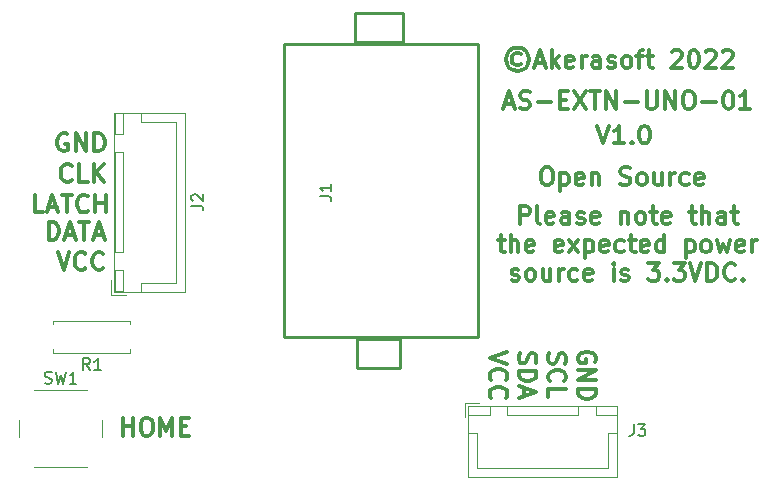
<source format=gbr>
%TF.GenerationSoftware,KiCad,Pcbnew,(6.0.6)*%
%TF.CreationDate,2022-11-26T18:27:24-08:00*%
%TF.ProjectId,AS-EXTN-UNO-01,41532d45-5854-44e2-9d55-4e4f2d30312e,rev?*%
%TF.SameCoordinates,Original*%
%TF.FileFunction,Legend,Top*%
%TF.FilePolarity,Positive*%
%FSLAX46Y46*%
G04 Gerber Fmt 4.6, Leading zero omitted, Abs format (unit mm)*
G04 Created by KiCad (PCBNEW (6.0.6)) date 2022-11-26 18:27:24*
%MOMM*%
%LPD*%
G01*
G04 APERTURE LIST*
%ADD10C,0.300000*%
%ADD11C,0.150000*%
%ADD12C,0.120000*%
%ADD13C,0.254000*%
G04 APERTURE END LIST*
D10*
X64102800Y-109746171D02*
X64102800Y-108246171D01*
X64102800Y-108960457D02*
X64959942Y-108960457D01*
X64959942Y-109746171D02*
X64959942Y-108246171D01*
X65959942Y-108246171D02*
X66245657Y-108246171D01*
X66388514Y-108317600D01*
X66531371Y-108460457D01*
X66602800Y-108746171D01*
X66602800Y-109246171D01*
X66531371Y-109531885D01*
X66388514Y-109674742D01*
X66245657Y-109746171D01*
X65959942Y-109746171D01*
X65817085Y-109674742D01*
X65674228Y-109531885D01*
X65602800Y-109246171D01*
X65602800Y-108746171D01*
X65674228Y-108460457D01*
X65817085Y-108317600D01*
X65959942Y-108246171D01*
X67245657Y-109746171D02*
X67245657Y-108246171D01*
X67745657Y-109317600D01*
X68245657Y-108246171D01*
X68245657Y-109746171D01*
X68959942Y-108960457D02*
X69459942Y-108960457D01*
X69674228Y-109746171D02*
X68959942Y-109746171D01*
X68959942Y-108246171D01*
X69674228Y-108246171D01*
X97664142Y-91811771D02*
X97664142Y-90311771D01*
X98235571Y-90311771D01*
X98378428Y-90383200D01*
X98449857Y-90454628D01*
X98521285Y-90597485D01*
X98521285Y-90811771D01*
X98449857Y-90954628D01*
X98378428Y-91026057D01*
X98235571Y-91097485D01*
X97664142Y-91097485D01*
X99378428Y-91811771D02*
X99235571Y-91740342D01*
X99164142Y-91597485D01*
X99164142Y-90311771D01*
X100521285Y-91740342D02*
X100378428Y-91811771D01*
X100092714Y-91811771D01*
X99949857Y-91740342D01*
X99878428Y-91597485D01*
X99878428Y-91026057D01*
X99949857Y-90883200D01*
X100092714Y-90811771D01*
X100378428Y-90811771D01*
X100521285Y-90883200D01*
X100592714Y-91026057D01*
X100592714Y-91168914D01*
X99878428Y-91311771D01*
X101878428Y-91811771D02*
X101878428Y-91026057D01*
X101807000Y-90883200D01*
X101664142Y-90811771D01*
X101378428Y-90811771D01*
X101235571Y-90883200D01*
X101878428Y-91740342D02*
X101735571Y-91811771D01*
X101378428Y-91811771D01*
X101235571Y-91740342D01*
X101164142Y-91597485D01*
X101164142Y-91454628D01*
X101235571Y-91311771D01*
X101378428Y-91240342D01*
X101735571Y-91240342D01*
X101878428Y-91168914D01*
X102521285Y-91740342D02*
X102664142Y-91811771D01*
X102949857Y-91811771D01*
X103092714Y-91740342D01*
X103164142Y-91597485D01*
X103164142Y-91526057D01*
X103092714Y-91383200D01*
X102949857Y-91311771D01*
X102735571Y-91311771D01*
X102592714Y-91240342D01*
X102521285Y-91097485D01*
X102521285Y-91026057D01*
X102592714Y-90883200D01*
X102735571Y-90811771D01*
X102949857Y-90811771D01*
X103092714Y-90883200D01*
X104378428Y-91740342D02*
X104235571Y-91811771D01*
X103949857Y-91811771D01*
X103807000Y-91740342D01*
X103735571Y-91597485D01*
X103735571Y-91026057D01*
X103807000Y-90883200D01*
X103949857Y-90811771D01*
X104235571Y-90811771D01*
X104378428Y-90883200D01*
X104449857Y-91026057D01*
X104449857Y-91168914D01*
X103735571Y-91311771D01*
X106235571Y-90811771D02*
X106235571Y-91811771D01*
X106235571Y-90954628D02*
X106307000Y-90883200D01*
X106449857Y-90811771D01*
X106664142Y-90811771D01*
X106807000Y-90883200D01*
X106878428Y-91026057D01*
X106878428Y-91811771D01*
X107807000Y-91811771D02*
X107664142Y-91740342D01*
X107592714Y-91668914D01*
X107521285Y-91526057D01*
X107521285Y-91097485D01*
X107592714Y-90954628D01*
X107664142Y-90883200D01*
X107807000Y-90811771D01*
X108021285Y-90811771D01*
X108164142Y-90883200D01*
X108235571Y-90954628D01*
X108307000Y-91097485D01*
X108307000Y-91526057D01*
X108235571Y-91668914D01*
X108164142Y-91740342D01*
X108021285Y-91811771D01*
X107807000Y-91811771D01*
X108735571Y-90811771D02*
X109307000Y-90811771D01*
X108949857Y-90311771D02*
X108949857Y-91597485D01*
X109021285Y-91740342D01*
X109164142Y-91811771D01*
X109307000Y-91811771D01*
X110378428Y-91740342D02*
X110235571Y-91811771D01*
X109949857Y-91811771D01*
X109807000Y-91740342D01*
X109735571Y-91597485D01*
X109735571Y-91026057D01*
X109807000Y-90883200D01*
X109949857Y-90811771D01*
X110235571Y-90811771D01*
X110378428Y-90883200D01*
X110449857Y-91026057D01*
X110449857Y-91168914D01*
X109735571Y-91311771D01*
X112021285Y-90811771D02*
X112592714Y-90811771D01*
X112235571Y-90311771D02*
X112235571Y-91597485D01*
X112307000Y-91740342D01*
X112449857Y-91811771D01*
X112592714Y-91811771D01*
X113092714Y-91811771D02*
X113092714Y-90311771D01*
X113735571Y-91811771D02*
X113735571Y-91026057D01*
X113664142Y-90883200D01*
X113521285Y-90811771D01*
X113307000Y-90811771D01*
X113164142Y-90883200D01*
X113092714Y-90954628D01*
X115092714Y-91811771D02*
X115092714Y-91026057D01*
X115021285Y-90883200D01*
X114878428Y-90811771D01*
X114592714Y-90811771D01*
X114449857Y-90883200D01*
X115092714Y-91740342D02*
X114949857Y-91811771D01*
X114592714Y-91811771D01*
X114449857Y-91740342D01*
X114378428Y-91597485D01*
X114378428Y-91454628D01*
X114449857Y-91311771D01*
X114592714Y-91240342D01*
X114949857Y-91240342D01*
X115092714Y-91168914D01*
X115592714Y-90811771D02*
X116164142Y-90811771D01*
X115807000Y-90311771D02*
X115807000Y-91597485D01*
X115878428Y-91740342D01*
X116021285Y-91811771D01*
X116164142Y-91811771D01*
X95842714Y-93226771D02*
X96414142Y-93226771D01*
X96057000Y-92726771D02*
X96057000Y-94012485D01*
X96128428Y-94155342D01*
X96271285Y-94226771D01*
X96414142Y-94226771D01*
X96914142Y-94226771D02*
X96914142Y-92726771D01*
X97557000Y-94226771D02*
X97557000Y-93441057D01*
X97485571Y-93298200D01*
X97342714Y-93226771D01*
X97128428Y-93226771D01*
X96985571Y-93298200D01*
X96914142Y-93369628D01*
X98842714Y-94155342D02*
X98699857Y-94226771D01*
X98414142Y-94226771D01*
X98271285Y-94155342D01*
X98199857Y-94012485D01*
X98199857Y-93441057D01*
X98271285Y-93298200D01*
X98414142Y-93226771D01*
X98699857Y-93226771D01*
X98842714Y-93298200D01*
X98914142Y-93441057D01*
X98914142Y-93583914D01*
X98199857Y-93726771D01*
X101271285Y-94155342D02*
X101128428Y-94226771D01*
X100842714Y-94226771D01*
X100699857Y-94155342D01*
X100628428Y-94012485D01*
X100628428Y-93441057D01*
X100699857Y-93298200D01*
X100842714Y-93226771D01*
X101128428Y-93226771D01*
X101271285Y-93298200D01*
X101342714Y-93441057D01*
X101342714Y-93583914D01*
X100628428Y-93726771D01*
X101842714Y-94226771D02*
X102628428Y-93226771D01*
X101842714Y-93226771D02*
X102628428Y-94226771D01*
X103199857Y-93226771D02*
X103199857Y-94726771D01*
X103199857Y-93298200D02*
X103342714Y-93226771D01*
X103628428Y-93226771D01*
X103771285Y-93298200D01*
X103842714Y-93369628D01*
X103914142Y-93512485D01*
X103914142Y-93941057D01*
X103842714Y-94083914D01*
X103771285Y-94155342D01*
X103628428Y-94226771D01*
X103342714Y-94226771D01*
X103199857Y-94155342D01*
X105128428Y-94155342D02*
X104985571Y-94226771D01*
X104699857Y-94226771D01*
X104557000Y-94155342D01*
X104485571Y-94012485D01*
X104485571Y-93441057D01*
X104557000Y-93298200D01*
X104699857Y-93226771D01*
X104985571Y-93226771D01*
X105128428Y-93298200D01*
X105199857Y-93441057D01*
X105199857Y-93583914D01*
X104485571Y-93726771D01*
X106485571Y-94155342D02*
X106342714Y-94226771D01*
X106057000Y-94226771D01*
X105914142Y-94155342D01*
X105842714Y-94083914D01*
X105771285Y-93941057D01*
X105771285Y-93512485D01*
X105842714Y-93369628D01*
X105914142Y-93298200D01*
X106057000Y-93226771D01*
X106342714Y-93226771D01*
X106485571Y-93298200D01*
X106914142Y-93226771D02*
X107485571Y-93226771D01*
X107128428Y-92726771D02*
X107128428Y-94012485D01*
X107199857Y-94155342D01*
X107342714Y-94226771D01*
X107485571Y-94226771D01*
X108557000Y-94155342D02*
X108414142Y-94226771D01*
X108128428Y-94226771D01*
X107985571Y-94155342D01*
X107914142Y-94012485D01*
X107914142Y-93441057D01*
X107985571Y-93298200D01*
X108128428Y-93226771D01*
X108414142Y-93226771D01*
X108557000Y-93298200D01*
X108628428Y-93441057D01*
X108628428Y-93583914D01*
X107914142Y-93726771D01*
X109914142Y-94226771D02*
X109914142Y-92726771D01*
X109914142Y-94155342D02*
X109771285Y-94226771D01*
X109485571Y-94226771D01*
X109342714Y-94155342D01*
X109271285Y-94083914D01*
X109199857Y-93941057D01*
X109199857Y-93512485D01*
X109271285Y-93369628D01*
X109342714Y-93298200D01*
X109485571Y-93226771D01*
X109771285Y-93226771D01*
X109914142Y-93298200D01*
X111771285Y-93226771D02*
X111771285Y-94726771D01*
X111771285Y-93298200D02*
X111914142Y-93226771D01*
X112199857Y-93226771D01*
X112342714Y-93298200D01*
X112414142Y-93369628D01*
X112485571Y-93512485D01*
X112485571Y-93941057D01*
X112414142Y-94083914D01*
X112342714Y-94155342D01*
X112199857Y-94226771D01*
X111914142Y-94226771D01*
X111771285Y-94155342D01*
X113342714Y-94226771D02*
X113199857Y-94155342D01*
X113128428Y-94083914D01*
X113057000Y-93941057D01*
X113057000Y-93512485D01*
X113128428Y-93369628D01*
X113199857Y-93298200D01*
X113342714Y-93226771D01*
X113557000Y-93226771D01*
X113699857Y-93298200D01*
X113771285Y-93369628D01*
X113842714Y-93512485D01*
X113842714Y-93941057D01*
X113771285Y-94083914D01*
X113699857Y-94155342D01*
X113557000Y-94226771D01*
X113342714Y-94226771D01*
X114342714Y-93226771D02*
X114628428Y-94226771D01*
X114914142Y-93512485D01*
X115199857Y-94226771D01*
X115485571Y-93226771D01*
X116628428Y-94155342D02*
X116485571Y-94226771D01*
X116199857Y-94226771D01*
X116057000Y-94155342D01*
X115985571Y-94012485D01*
X115985571Y-93441057D01*
X116057000Y-93298200D01*
X116199857Y-93226771D01*
X116485571Y-93226771D01*
X116628428Y-93298200D01*
X116699857Y-93441057D01*
X116699857Y-93583914D01*
X115985571Y-93726771D01*
X117342714Y-94226771D02*
X117342714Y-93226771D01*
X117342714Y-93512485D02*
X117414142Y-93369628D01*
X117485571Y-93298200D01*
X117628428Y-93226771D01*
X117771285Y-93226771D01*
X96985571Y-96570342D02*
X97128428Y-96641771D01*
X97414142Y-96641771D01*
X97557000Y-96570342D01*
X97628428Y-96427485D01*
X97628428Y-96356057D01*
X97557000Y-96213200D01*
X97414142Y-96141771D01*
X97199857Y-96141771D01*
X97057000Y-96070342D01*
X96985571Y-95927485D01*
X96985571Y-95856057D01*
X97057000Y-95713200D01*
X97199857Y-95641771D01*
X97414142Y-95641771D01*
X97557000Y-95713200D01*
X98485571Y-96641771D02*
X98342714Y-96570342D01*
X98271285Y-96498914D01*
X98199857Y-96356057D01*
X98199857Y-95927485D01*
X98271285Y-95784628D01*
X98342714Y-95713200D01*
X98485571Y-95641771D01*
X98699857Y-95641771D01*
X98842714Y-95713200D01*
X98914142Y-95784628D01*
X98985571Y-95927485D01*
X98985571Y-96356057D01*
X98914142Y-96498914D01*
X98842714Y-96570342D01*
X98699857Y-96641771D01*
X98485571Y-96641771D01*
X100271285Y-95641771D02*
X100271285Y-96641771D01*
X99628428Y-95641771D02*
X99628428Y-96427485D01*
X99699857Y-96570342D01*
X99842714Y-96641771D01*
X100057000Y-96641771D01*
X100199857Y-96570342D01*
X100271285Y-96498914D01*
X100985571Y-96641771D02*
X100985571Y-95641771D01*
X100985571Y-95927485D02*
X101057000Y-95784628D01*
X101128428Y-95713200D01*
X101271285Y-95641771D01*
X101414142Y-95641771D01*
X102557000Y-96570342D02*
X102414142Y-96641771D01*
X102128428Y-96641771D01*
X101985571Y-96570342D01*
X101914142Y-96498914D01*
X101842714Y-96356057D01*
X101842714Y-95927485D01*
X101914142Y-95784628D01*
X101985571Y-95713200D01*
X102128428Y-95641771D01*
X102414142Y-95641771D01*
X102557000Y-95713200D01*
X103771285Y-96570342D02*
X103628428Y-96641771D01*
X103342714Y-96641771D01*
X103199857Y-96570342D01*
X103128428Y-96427485D01*
X103128428Y-95856057D01*
X103199857Y-95713200D01*
X103342714Y-95641771D01*
X103628428Y-95641771D01*
X103771285Y-95713200D01*
X103842714Y-95856057D01*
X103842714Y-95998914D01*
X103128428Y-96141771D01*
X105628428Y-96641771D02*
X105628428Y-95641771D01*
X105628428Y-95141771D02*
X105557000Y-95213200D01*
X105628428Y-95284628D01*
X105699857Y-95213200D01*
X105628428Y-95141771D01*
X105628428Y-95284628D01*
X106271285Y-96570342D02*
X106414142Y-96641771D01*
X106699857Y-96641771D01*
X106842714Y-96570342D01*
X106914142Y-96427485D01*
X106914142Y-96356057D01*
X106842714Y-96213200D01*
X106699857Y-96141771D01*
X106485571Y-96141771D01*
X106342714Y-96070342D01*
X106271285Y-95927485D01*
X106271285Y-95856057D01*
X106342714Y-95713200D01*
X106485571Y-95641771D01*
X106699857Y-95641771D01*
X106842714Y-95713200D01*
X108557000Y-95141771D02*
X109485571Y-95141771D01*
X108985571Y-95713200D01*
X109199857Y-95713200D01*
X109342714Y-95784628D01*
X109414142Y-95856057D01*
X109485571Y-95998914D01*
X109485571Y-96356057D01*
X109414142Y-96498914D01*
X109342714Y-96570342D01*
X109199857Y-96641771D01*
X108771285Y-96641771D01*
X108628428Y-96570342D01*
X108557000Y-96498914D01*
X110128428Y-96498914D02*
X110199857Y-96570342D01*
X110128428Y-96641771D01*
X110057000Y-96570342D01*
X110128428Y-96498914D01*
X110128428Y-96641771D01*
X110699857Y-95141771D02*
X111628428Y-95141771D01*
X111128428Y-95713200D01*
X111342714Y-95713200D01*
X111485571Y-95784628D01*
X111557000Y-95856057D01*
X111628428Y-95998914D01*
X111628428Y-96356057D01*
X111557000Y-96498914D01*
X111485571Y-96570342D01*
X111342714Y-96641771D01*
X110914142Y-96641771D01*
X110771285Y-96570342D01*
X110699857Y-96498914D01*
X112057000Y-95141771D02*
X112557000Y-96641771D01*
X113057000Y-95141771D01*
X113557000Y-96641771D02*
X113557000Y-95141771D01*
X113914142Y-95141771D01*
X114128428Y-95213200D01*
X114271285Y-95356057D01*
X114342714Y-95498914D01*
X114414142Y-95784628D01*
X114414142Y-95998914D01*
X114342714Y-96284628D01*
X114271285Y-96427485D01*
X114128428Y-96570342D01*
X113914142Y-96641771D01*
X113557000Y-96641771D01*
X115914142Y-96498914D02*
X115842714Y-96570342D01*
X115628428Y-96641771D01*
X115485571Y-96641771D01*
X115271285Y-96570342D01*
X115128428Y-96427485D01*
X115057000Y-96284628D01*
X114985571Y-95998914D01*
X114985571Y-95784628D01*
X115057000Y-95498914D01*
X115128428Y-95356057D01*
X115271285Y-95213200D01*
X115485571Y-95141771D01*
X115628428Y-95141771D01*
X115842714Y-95213200D01*
X115914142Y-95284628D01*
X116557000Y-96498914D02*
X116628428Y-96570342D01*
X116557000Y-96641771D01*
X116485571Y-96570342D01*
X116557000Y-96498914D01*
X116557000Y-96641771D01*
X99839485Y-87037171D02*
X100125200Y-87037171D01*
X100268057Y-87108600D01*
X100410914Y-87251457D01*
X100482342Y-87537171D01*
X100482342Y-88037171D01*
X100410914Y-88322885D01*
X100268057Y-88465742D01*
X100125200Y-88537171D01*
X99839485Y-88537171D01*
X99696628Y-88465742D01*
X99553771Y-88322885D01*
X99482342Y-88037171D01*
X99482342Y-87537171D01*
X99553771Y-87251457D01*
X99696628Y-87108600D01*
X99839485Y-87037171D01*
X101125200Y-87537171D02*
X101125200Y-89037171D01*
X101125200Y-87608600D02*
X101268057Y-87537171D01*
X101553771Y-87537171D01*
X101696628Y-87608600D01*
X101768057Y-87680028D01*
X101839485Y-87822885D01*
X101839485Y-88251457D01*
X101768057Y-88394314D01*
X101696628Y-88465742D01*
X101553771Y-88537171D01*
X101268057Y-88537171D01*
X101125200Y-88465742D01*
X103053771Y-88465742D02*
X102910914Y-88537171D01*
X102625200Y-88537171D01*
X102482342Y-88465742D01*
X102410914Y-88322885D01*
X102410914Y-87751457D01*
X102482342Y-87608600D01*
X102625200Y-87537171D01*
X102910914Y-87537171D01*
X103053771Y-87608600D01*
X103125200Y-87751457D01*
X103125200Y-87894314D01*
X102410914Y-88037171D01*
X103768057Y-87537171D02*
X103768057Y-88537171D01*
X103768057Y-87680028D02*
X103839485Y-87608600D01*
X103982342Y-87537171D01*
X104196628Y-87537171D01*
X104339485Y-87608600D01*
X104410914Y-87751457D01*
X104410914Y-88537171D01*
X106196628Y-88465742D02*
X106410914Y-88537171D01*
X106768057Y-88537171D01*
X106910914Y-88465742D01*
X106982342Y-88394314D01*
X107053771Y-88251457D01*
X107053771Y-88108600D01*
X106982342Y-87965742D01*
X106910914Y-87894314D01*
X106768057Y-87822885D01*
X106482342Y-87751457D01*
X106339485Y-87680028D01*
X106268057Y-87608600D01*
X106196628Y-87465742D01*
X106196628Y-87322885D01*
X106268057Y-87180028D01*
X106339485Y-87108600D01*
X106482342Y-87037171D01*
X106839485Y-87037171D01*
X107053771Y-87108600D01*
X107910914Y-88537171D02*
X107768057Y-88465742D01*
X107696628Y-88394314D01*
X107625200Y-88251457D01*
X107625200Y-87822885D01*
X107696628Y-87680028D01*
X107768057Y-87608600D01*
X107910914Y-87537171D01*
X108125200Y-87537171D01*
X108268057Y-87608600D01*
X108339485Y-87680028D01*
X108410914Y-87822885D01*
X108410914Y-88251457D01*
X108339485Y-88394314D01*
X108268057Y-88465742D01*
X108125200Y-88537171D01*
X107910914Y-88537171D01*
X109696628Y-87537171D02*
X109696628Y-88537171D01*
X109053771Y-87537171D02*
X109053771Y-88322885D01*
X109125200Y-88465742D01*
X109268057Y-88537171D01*
X109482342Y-88537171D01*
X109625200Y-88465742D01*
X109696628Y-88394314D01*
X110410914Y-88537171D02*
X110410914Y-87537171D01*
X110410914Y-87822885D02*
X110482342Y-87680028D01*
X110553771Y-87608600D01*
X110696628Y-87537171D01*
X110839485Y-87537171D01*
X111982342Y-88465742D02*
X111839485Y-88537171D01*
X111553771Y-88537171D01*
X111410914Y-88465742D01*
X111339485Y-88394314D01*
X111268057Y-88251457D01*
X111268057Y-87822885D01*
X111339485Y-87680028D01*
X111410914Y-87608600D01*
X111553771Y-87537171D01*
X111839485Y-87537171D01*
X111982342Y-87608600D01*
X113196628Y-88465742D02*
X113053771Y-88537171D01*
X112768057Y-88537171D01*
X112625200Y-88465742D01*
X112553771Y-88322885D01*
X112553771Y-87751457D01*
X112625200Y-87608600D01*
X112768057Y-87537171D01*
X113053771Y-87537171D01*
X113196628Y-87608600D01*
X113268057Y-87751457D01*
X113268057Y-87894314D01*
X112553771Y-88037171D01*
X104241885Y-83506571D02*
X104741885Y-85006571D01*
X105241885Y-83506571D01*
X106527600Y-85006571D02*
X105670457Y-85006571D01*
X106099028Y-85006571D02*
X106099028Y-83506571D01*
X105956171Y-83720857D01*
X105813314Y-83863714D01*
X105670457Y-83935142D01*
X107170457Y-84863714D02*
X107241885Y-84935142D01*
X107170457Y-85006571D01*
X107099028Y-84935142D01*
X107170457Y-84863714D01*
X107170457Y-85006571D01*
X108170457Y-83506571D02*
X108313314Y-83506571D01*
X108456171Y-83578000D01*
X108527600Y-83649428D01*
X108599028Y-83792285D01*
X108670457Y-84078000D01*
X108670457Y-84435142D01*
X108599028Y-84720857D01*
X108527600Y-84863714D01*
X108456171Y-84935142D01*
X108313314Y-85006571D01*
X108170457Y-85006571D01*
X108027600Y-84935142D01*
X107956171Y-84863714D01*
X107884742Y-84720857D01*
X107813314Y-84435142D01*
X107813314Y-84078000D01*
X107884742Y-83792285D01*
X107956171Y-83649428D01*
X108027600Y-83578000D01*
X108170457Y-83506571D01*
X97774371Y-77462914D02*
X97631514Y-77391485D01*
X97345800Y-77391485D01*
X97202942Y-77462914D01*
X97060085Y-77605771D01*
X96988657Y-77748628D01*
X96988657Y-78034342D01*
X97060085Y-78177200D01*
X97202942Y-78320057D01*
X97345800Y-78391485D01*
X97631514Y-78391485D01*
X97774371Y-78320057D01*
X97488657Y-76891485D02*
X97131514Y-76962914D01*
X96774371Y-77177200D01*
X96560085Y-77534342D01*
X96488657Y-77891485D01*
X96560085Y-78248628D01*
X96774371Y-78605771D01*
X97131514Y-78820057D01*
X97488657Y-78891485D01*
X97845800Y-78820057D01*
X98202942Y-78605771D01*
X98417228Y-78248628D01*
X98488657Y-77891485D01*
X98417228Y-77534342D01*
X98202942Y-77177200D01*
X97845800Y-76962914D01*
X97488657Y-76891485D01*
X99060085Y-78177200D02*
X99774371Y-78177200D01*
X98917228Y-78605771D02*
X99417228Y-77105771D01*
X99917228Y-78605771D01*
X100417228Y-78605771D02*
X100417228Y-77105771D01*
X100560085Y-78034342D02*
X100988657Y-78605771D01*
X100988657Y-77605771D02*
X100417228Y-78177200D01*
X102202942Y-78534342D02*
X102060085Y-78605771D01*
X101774371Y-78605771D01*
X101631514Y-78534342D01*
X101560085Y-78391485D01*
X101560085Y-77820057D01*
X101631514Y-77677200D01*
X101774371Y-77605771D01*
X102060085Y-77605771D01*
X102202942Y-77677200D01*
X102274371Y-77820057D01*
X102274371Y-77962914D01*
X101560085Y-78105771D01*
X102917228Y-78605771D02*
X102917228Y-77605771D01*
X102917228Y-77891485D02*
X102988657Y-77748628D01*
X103060085Y-77677200D01*
X103202942Y-77605771D01*
X103345800Y-77605771D01*
X104488657Y-78605771D02*
X104488657Y-77820057D01*
X104417228Y-77677200D01*
X104274371Y-77605771D01*
X103988657Y-77605771D01*
X103845800Y-77677200D01*
X104488657Y-78534342D02*
X104345800Y-78605771D01*
X103988657Y-78605771D01*
X103845800Y-78534342D01*
X103774371Y-78391485D01*
X103774371Y-78248628D01*
X103845800Y-78105771D01*
X103988657Y-78034342D01*
X104345800Y-78034342D01*
X104488657Y-77962914D01*
X105131514Y-78534342D02*
X105274371Y-78605771D01*
X105560085Y-78605771D01*
X105702942Y-78534342D01*
X105774371Y-78391485D01*
X105774371Y-78320057D01*
X105702942Y-78177200D01*
X105560085Y-78105771D01*
X105345800Y-78105771D01*
X105202942Y-78034342D01*
X105131514Y-77891485D01*
X105131514Y-77820057D01*
X105202942Y-77677200D01*
X105345800Y-77605771D01*
X105560085Y-77605771D01*
X105702942Y-77677200D01*
X106631514Y-78605771D02*
X106488657Y-78534342D01*
X106417228Y-78462914D01*
X106345800Y-78320057D01*
X106345800Y-77891485D01*
X106417228Y-77748628D01*
X106488657Y-77677200D01*
X106631514Y-77605771D01*
X106845800Y-77605771D01*
X106988657Y-77677200D01*
X107060085Y-77748628D01*
X107131514Y-77891485D01*
X107131514Y-78320057D01*
X107060085Y-78462914D01*
X106988657Y-78534342D01*
X106845800Y-78605771D01*
X106631514Y-78605771D01*
X107560085Y-77605771D02*
X108131514Y-77605771D01*
X107774371Y-78605771D02*
X107774371Y-77320057D01*
X107845800Y-77177200D01*
X107988657Y-77105771D01*
X108131514Y-77105771D01*
X108417228Y-77605771D02*
X108988657Y-77605771D01*
X108631514Y-77105771D02*
X108631514Y-78391485D01*
X108702942Y-78534342D01*
X108845800Y-78605771D01*
X108988657Y-78605771D01*
X110560085Y-77248628D02*
X110631514Y-77177200D01*
X110774371Y-77105771D01*
X111131514Y-77105771D01*
X111274371Y-77177200D01*
X111345800Y-77248628D01*
X111417228Y-77391485D01*
X111417228Y-77534342D01*
X111345800Y-77748628D01*
X110488657Y-78605771D01*
X111417228Y-78605771D01*
X112345800Y-77105771D02*
X112488657Y-77105771D01*
X112631514Y-77177200D01*
X112702942Y-77248628D01*
X112774371Y-77391485D01*
X112845800Y-77677200D01*
X112845800Y-78034342D01*
X112774371Y-78320057D01*
X112702942Y-78462914D01*
X112631514Y-78534342D01*
X112488657Y-78605771D01*
X112345800Y-78605771D01*
X112202942Y-78534342D01*
X112131514Y-78462914D01*
X112060085Y-78320057D01*
X111988657Y-78034342D01*
X111988657Y-77677200D01*
X112060085Y-77391485D01*
X112131514Y-77248628D01*
X112202942Y-77177200D01*
X112345800Y-77105771D01*
X113417228Y-77248628D02*
X113488657Y-77177200D01*
X113631514Y-77105771D01*
X113988657Y-77105771D01*
X114131514Y-77177200D01*
X114202942Y-77248628D01*
X114274371Y-77391485D01*
X114274371Y-77534342D01*
X114202942Y-77748628D01*
X113345800Y-78605771D01*
X114274371Y-78605771D01*
X114845800Y-77248628D02*
X114917228Y-77177200D01*
X115060085Y-77105771D01*
X115417228Y-77105771D01*
X115560085Y-77177200D01*
X115631514Y-77248628D01*
X115702942Y-77391485D01*
X115702942Y-77534342D01*
X115631514Y-77748628D01*
X114774371Y-78605771D01*
X115702942Y-78605771D01*
X96414142Y-81657000D02*
X97128428Y-81657000D01*
X96271285Y-82085571D02*
X96771285Y-80585571D01*
X97271285Y-82085571D01*
X97699857Y-82014142D02*
X97914142Y-82085571D01*
X98271285Y-82085571D01*
X98414142Y-82014142D01*
X98485571Y-81942714D01*
X98557000Y-81799857D01*
X98557000Y-81657000D01*
X98485571Y-81514142D01*
X98414142Y-81442714D01*
X98271285Y-81371285D01*
X97985571Y-81299857D01*
X97842714Y-81228428D01*
X97771285Y-81157000D01*
X97699857Y-81014142D01*
X97699857Y-80871285D01*
X97771285Y-80728428D01*
X97842714Y-80657000D01*
X97985571Y-80585571D01*
X98342714Y-80585571D01*
X98557000Y-80657000D01*
X99199857Y-81514142D02*
X100342714Y-81514142D01*
X101057000Y-81299857D02*
X101557000Y-81299857D01*
X101771285Y-82085571D02*
X101057000Y-82085571D01*
X101057000Y-80585571D01*
X101771285Y-80585571D01*
X102271285Y-80585571D02*
X103271285Y-82085571D01*
X103271285Y-80585571D02*
X102271285Y-82085571D01*
X103628428Y-80585571D02*
X104485571Y-80585571D01*
X104057000Y-82085571D02*
X104057000Y-80585571D01*
X104985571Y-82085571D02*
X104985571Y-80585571D01*
X105842714Y-82085571D01*
X105842714Y-80585571D01*
X106557000Y-81514142D02*
X107699857Y-81514142D01*
X108414142Y-80585571D02*
X108414142Y-81799857D01*
X108485571Y-81942714D01*
X108557000Y-82014142D01*
X108699857Y-82085571D01*
X108985571Y-82085571D01*
X109128428Y-82014142D01*
X109199857Y-81942714D01*
X109271285Y-81799857D01*
X109271285Y-80585571D01*
X109985571Y-82085571D02*
X109985571Y-80585571D01*
X110842714Y-82085571D01*
X110842714Y-80585571D01*
X111842714Y-80585571D02*
X112128428Y-80585571D01*
X112271285Y-80657000D01*
X112414142Y-80799857D01*
X112485571Y-81085571D01*
X112485571Y-81585571D01*
X112414142Y-81871285D01*
X112271285Y-82014142D01*
X112128428Y-82085571D01*
X111842714Y-82085571D01*
X111699857Y-82014142D01*
X111557000Y-81871285D01*
X111485571Y-81585571D01*
X111485571Y-81085571D01*
X111557000Y-80799857D01*
X111699857Y-80657000D01*
X111842714Y-80585571D01*
X113128428Y-81514142D02*
X114271285Y-81514142D01*
X115271285Y-80585571D02*
X115414142Y-80585571D01*
X115557000Y-80657000D01*
X115628428Y-80728428D01*
X115699857Y-80871285D01*
X115771285Y-81157000D01*
X115771285Y-81514142D01*
X115699857Y-81799857D01*
X115628428Y-81942714D01*
X115557000Y-82014142D01*
X115414142Y-82085571D01*
X115271285Y-82085571D01*
X115128428Y-82014142D01*
X115057000Y-81942714D01*
X114985571Y-81799857D01*
X114914142Y-81514142D01*
X114914142Y-81157000D01*
X114985571Y-80871285D01*
X115057000Y-80728428D01*
X115128428Y-80657000D01*
X115271285Y-80585571D01*
X117199857Y-82085571D02*
X116342714Y-82085571D01*
X116771285Y-82085571D02*
X116771285Y-80585571D01*
X116628428Y-80799857D01*
X116485571Y-80942714D01*
X116342714Y-81014142D01*
X100180057Y-102786085D02*
X100108628Y-103000371D01*
X100108628Y-103357514D01*
X100180057Y-103500371D01*
X100251485Y-103571800D01*
X100394342Y-103643228D01*
X100537200Y-103643228D01*
X100680057Y-103571800D01*
X100751485Y-103500371D01*
X100822914Y-103357514D01*
X100894342Y-103071800D01*
X100965771Y-102928942D01*
X101037200Y-102857514D01*
X101180057Y-102786085D01*
X101322914Y-102786085D01*
X101465771Y-102857514D01*
X101537200Y-102928942D01*
X101608628Y-103071800D01*
X101608628Y-103428942D01*
X101537200Y-103643228D01*
X100251485Y-105143228D02*
X100180057Y-105071800D01*
X100108628Y-104857514D01*
X100108628Y-104714657D01*
X100180057Y-104500371D01*
X100322914Y-104357514D01*
X100465771Y-104286085D01*
X100751485Y-104214657D01*
X100965771Y-104214657D01*
X101251485Y-104286085D01*
X101394342Y-104357514D01*
X101537200Y-104500371D01*
X101608628Y-104714657D01*
X101608628Y-104857514D01*
X101537200Y-105071800D01*
X101465771Y-105143228D01*
X100108628Y-106500371D02*
X100108628Y-105786085D01*
X101608628Y-105786085D01*
X104051800Y-103505142D02*
X104123228Y-103362285D01*
X104123228Y-103148000D01*
X104051800Y-102933714D01*
X103908942Y-102790857D01*
X103766085Y-102719428D01*
X103480371Y-102648000D01*
X103266085Y-102648000D01*
X102980371Y-102719428D01*
X102837514Y-102790857D01*
X102694657Y-102933714D01*
X102623228Y-103148000D01*
X102623228Y-103290857D01*
X102694657Y-103505142D01*
X102766085Y-103576571D01*
X103266085Y-103576571D01*
X103266085Y-103290857D01*
X102623228Y-104219428D02*
X104123228Y-104219428D01*
X102623228Y-105076571D01*
X104123228Y-105076571D01*
X102623228Y-105790857D02*
X104123228Y-105790857D01*
X104123228Y-106148000D01*
X104051800Y-106362285D01*
X103908942Y-106505142D01*
X103766085Y-106576571D01*
X103480371Y-106648000D01*
X103266085Y-106648000D01*
X102980371Y-106576571D01*
X102837514Y-106505142D01*
X102694657Y-106362285D01*
X102623228Y-106148000D01*
X102623228Y-105790857D01*
X59385342Y-84238400D02*
X59242485Y-84166971D01*
X59028200Y-84166971D01*
X58813914Y-84238400D01*
X58671057Y-84381257D01*
X58599628Y-84524114D01*
X58528200Y-84809828D01*
X58528200Y-85024114D01*
X58599628Y-85309828D01*
X58671057Y-85452685D01*
X58813914Y-85595542D01*
X59028200Y-85666971D01*
X59171057Y-85666971D01*
X59385342Y-85595542D01*
X59456771Y-85524114D01*
X59456771Y-85024114D01*
X59171057Y-85024114D01*
X60099628Y-85666971D02*
X60099628Y-84166971D01*
X60956771Y-85666971D01*
X60956771Y-84166971D01*
X61671057Y-85666971D02*
X61671057Y-84166971D01*
X62028200Y-84166971D01*
X62242485Y-84238400D01*
X62385342Y-84381257D01*
X62456771Y-84524114D01*
X62528200Y-84809828D01*
X62528200Y-85024114D01*
X62456771Y-85309828D01*
X62385342Y-85452685D01*
X62242485Y-85595542D01*
X62028200Y-85666971D01*
X61671057Y-85666971D01*
X57821000Y-93159971D02*
X57821000Y-91659971D01*
X58178142Y-91659971D01*
X58392428Y-91731400D01*
X58535285Y-91874257D01*
X58606714Y-92017114D01*
X58678142Y-92302828D01*
X58678142Y-92517114D01*
X58606714Y-92802828D01*
X58535285Y-92945685D01*
X58392428Y-93088542D01*
X58178142Y-93159971D01*
X57821000Y-93159971D01*
X59249571Y-92731400D02*
X59963857Y-92731400D01*
X59106714Y-93159971D02*
X59606714Y-91659971D01*
X60106714Y-93159971D01*
X60392428Y-91659971D02*
X61249571Y-91659971D01*
X60821000Y-93159971D02*
X60821000Y-91659971D01*
X61678142Y-92731400D02*
X62392428Y-92731400D01*
X61535285Y-93159971D02*
X62035285Y-91659971D01*
X62535285Y-93159971D01*
X97665457Y-102775771D02*
X97594028Y-102990057D01*
X97594028Y-103347200D01*
X97665457Y-103490057D01*
X97736885Y-103561485D01*
X97879742Y-103632914D01*
X98022600Y-103632914D01*
X98165457Y-103561485D01*
X98236885Y-103490057D01*
X98308314Y-103347200D01*
X98379742Y-103061485D01*
X98451171Y-102918628D01*
X98522600Y-102847200D01*
X98665457Y-102775771D01*
X98808314Y-102775771D01*
X98951171Y-102847200D01*
X99022600Y-102918628D01*
X99094028Y-103061485D01*
X99094028Y-103418628D01*
X99022600Y-103632914D01*
X97594028Y-104275771D02*
X99094028Y-104275771D01*
X99094028Y-104632914D01*
X99022600Y-104847200D01*
X98879742Y-104990057D01*
X98736885Y-105061485D01*
X98451171Y-105132914D01*
X98236885Y-105132914D01*
X97951171Y-105061485D01*
X97808314Y-104990057D01*
X97665457Y-104847200D01*
X97594028Y-104632914D01*
X97594028Y-104275771D01*
X98022600Y-105704342D02*
X98022600Y-106418628D01*
X97594028Y-105561485D02*
X99094028Y-106061485D01*
X97594028Y-106561485D01*
X59736942Y-88114914D02*
X59665514Y-88186342D01*
X59451228Y-88257771D01*
X59308371Y-88257771D01*
X59094085Y-88186342D01*
X58951228Y-88043485D01*
X58879800Y-87900628D01*
X58808371Y-87614914D01*
X58808371Y-87400628D01*
X58879800Y-87114914D01*
X58951228Y-86972057D01*
X59094085Y-86829200D01*
X59308371Y-86757771D01*
X59451228Y-86757771D01*
X59665514Y-86829200D01*
X59736942Y-86900628D01*
X61094085Y-88257771D02*
X60379800Y-88257771D01*
X60379800Y-86757771D01*
X61594085Y-88257771D02*
X61594085Y-86757771D01*
X62451228Y-88257771D02*
X61808371Y-87400628D01*
X62451228Y-86757771D02*
X61594085Y-87614914D01*
X96630228Y-102698800D02*
X95130228Y-103198800D01*
X96630228Y-103698800D01*
X95273085Y-105055942D02*
X95201657Y-104984514D01*
X95130228Y-104770228D01*
X95130228Y-104627371D01*
X95201657Y-104413085D01*
X95344514Y-104270228D01*
X95487371Y-104198800D01*
X95773085Y-104127371D01*
X95987371Y-104127371D01*
X96273085Y-104198800D01*
X96415942Y-104270228D01*
X96558800Y-104413085D01*
X96630228Y-104627371D01*
X96630228Y-104770228D01*
X96558800Y-104984514D01*
X96487371Y-105055942D01*
X95273085Y-106555942D02*
X95201657Y-106484514D01*
X95130228Y-106270228D01*
X95130228Y-106127371D01*
X95201657Y-105913085D01*
X95344514Y-105770228D01*
X95487371Y-105698800D01*
X95773085Y-105627371D01*
X95987371Y-105627371D01*
X96273085Y-105698800D01*
X96415942Y-105770228D01*
X96558800Y-105913085D01*
X96630228Y-106127371D01*
X96630228Y-106270228D01*
X96558800Y-106484514D01*
X96487371Y-106555942D01*
X57328085Y-90848571D02*
X56613800Y-90848571D01*
X56613800Y-89348571D01*
X57756657Y-90420000D02*
X58470942Y-90420000D01*
X57613800Y-90848571D02*
X58113800Y-89348571D01*
X58613800Y-90848571D01*
X58899514Y-89348571D02*
X59756657Y-89348571D01*
X59328085Y-90848571D02*
X59328085Y-89348571D01*
X61113800Y-90705714D02*
X61042371Y-90777142D01*
X60828085Y-90848571D01*
X60685228Y-90848571D01*
X60470942Y-90777142D01*
X60328085Y-90634285D01*
X60256657Y-90491428D01*
X60185228Y-90205714D01*
X60185228Y-89991428D01*
X60256657Y-89705714D01*
X60328085Y-89562857D01*
X60470942Y-89420000D01*
X60685228Y-89348571D01*
X60828085Y-89348571D01*
X61042371Y-89420000D01*
X61113800Y-89491428D01*
X61756657Y-90848571D02*
X61756657Y-89348571D01*
X61756657Y-90062857D02*
X62613800Y-90062857D01*
X62613800Y-90848571D02*
X62613800Y-89348571D01*
X58553600Y-94225371D02*
X59053600Y-95725371D01*
X59553600Y-94225371D01*
X60910742Y-95582514D02*
X60839314Y-95653942D01*
X60625028Y-95725371D01*
X60482171Y-95725371D01*
X60267885Y-95653942D01*
X60125028Y-95511085D01*
X60053600Y-95368228D01*
X59982171Y-95082514D01*
X59982171Y-94868228D01*
X60053600Y-94582514D01*
X60125028Y-94439657D01*
X60267885Y-94296800D01*
X60482171Y-94225371D01*
X60625028Y-94225371D01*
X60839314Y-94296800D01*
X60910742Y-94368228D01*
X62410742Y-95582514D02*
X62339314Y-95653942D01*
X62125028Y-95725371D01*
X61982171Y-95725371D01*
X61767885Y-95653942D01*
X61625028Y-95511085D01*
X61553600Y-95368228D01*
X61482171Y-95082514D01*
X61482171Y-94868228D01*
X61553600Y-94582514D01*
X61625028Y-94439657D01*
X61767885Y-94296800D01*
X61982171Y-94225371D01*
X62125028Y-94225371D01*
X62339314Y-94296800D01*
X62410742Y-94368228D01*
D11*
%TO.C,SW1*%
X57467666Y-105298561D02*
X57610523Y-105346180D01*
X57848619Y-105346180D01*
X57943857Y-105298561D01*
X57991476Y-105250942D01*
X58039095Y-105155704D01*
X58039095Y-105060466D01*
X57991476Y-104965228D01*
X57943857Y-104917609D01*
X57848619Y-104869990D01*
X57658142Y-104822371D01*
X57562904Y-104774752D01*
X57515285Y-104727133D01*
X57467666Y-104631895D01*
X57467666Y-104536657D01*
X57515285Y-104441419D01*
X57562904Y-104393800D01*
X57658142Y-104346180D01*
X57896238Y-104346180D01*
X58039095Y-104393800D01*
X58372428Y-104346180D02*
X58610523Y-105346180D01*
X58801000Y-104631895D01*
X58991476Y-105346180D01*
X59229571Y-104346180D01*
X60134333Y-105346180D02*
X59562904Y-105346180D01*
X59848619Y-105346180D02*
X59848619Y-104346180D01*
X59753380Y-104489038D01*
X59658142Y-104584276D01*
X59562904Y-104631895D01*
%TO.C,J1*%
X80725680Y-89482333D02*
X81439966Y-89482333D01*
X81582823Y-89529952D01*
X81678061Y-89625190D01*
X81725680Y-89768047D01*
X81725680Y-89863285D01*
X81725680Y-88482333D02*
X81725680Y-89053761D01*
X81725680Y-88768047D02*
X80725680Y-88768047D01*
X80868538Y-88863285D01*
X80963776Y-88958523D01*
X81011395Y-89053761D01*
%TO.C,R1*%
X61275933Y-104193780D02*
X60942600Y-103717590D01*
X60704504Y-104193780D02*
X60704504Y-103193780D01*
X61085457Y-103193780D01*
X61180695Y-103241400D01*
X61228314Y-103289019D01*
X61275933Y-103384257D01*
X61275933Y-103527114D01*
X61228314Y-103622352D01*
X61180695Y-103669971D01*
X61085457Y-103717590D01*
X60704504Y-103717590D01*
X62228314Y-104193780D02*
X61656885Y-104193780D01*
X61942600Y-104193780D02*
X61942600Y-103193780D01*
X61847361Y-103336638D01*
X61752123Y-103431876D01*
X61656885Y-103479495D01*
%TO.C,J2*%
X69886580Y-90300133D02*
X70600866Y-90300133D01*
X70743723Y-90347752D01*
X70838961Y-90442990D01*
X70886580Y-90585847D01*
X70886580Y-90681085D01*
X69981819Y-89871561D02*
X69934200Y-89823942D01*
X69886580Y-89728704D01*
X69886580Y-89490609D01*
X69934200Y-89395371D01*
X69981819Y-89347752D01*
X70077057Y-89300133D01*
X70172295Y-89300133D01*
X70315152Y-89347752D01*
X70886580Y-89919180D01*
X70886580Y-89300133D01*
%TO.C,J3*%
X107311866Y-108773980D02*
X107311866Y-109488266D01*
X107264247Y-109631123D01*
X107169009Y-109726361D01*
X107026152Y-109773980D01*
X106930914Y-109773980D01*
X107692819Y-108773980D02*
X108311866Y-108773980D01*
X107978533Y-109154933D01*
X108121390Y-109154933D01*
X108216628Y-109202552D01*
X108264247Y-109250171D01*
X108311866Y-109345409D01*
X108311866Y-109583504D01*
X108264247Y-109678742D01*
X108216628Y-109726361D01*
X108121390Y-109773980D01*
X107835676Y-109773980D01*
X107740438Y-109726361D01*
X107692819Y-109678742D01*
D12*
%TO.C,SW1*%
X55301000Y-108393800D02*
X55301000Y-109893800D01*
X62301000Y-109893800D02*
X62301000Y-108393800D01*
X56551000Y-112393800D02*
X61051000Y-112393800D01*
X61051000Y-105893800D02*
X56551000Y-105893800D01*
D13*
%TO.C,J1*%
X87826700Y-73997900D02*
X83745500Y-73997900D01*
X83745500Y-73997900D02*
X83745500Y-76410900D01*
X83745500Y-76410900D02*
X87826700Y-76410900D01*
X87826700Y-76410900D02*
X87826700Y-73997900D01*
X87521900Y-101582300D02*
X83923300Y-101582300D01*
X83923300Y-101582300D02*
X83923300Y-103995300D01*
X83923300Y-103995300D02*
X87521900Y-103995300D01*
X87521900Y-103995300D02*
X87521900Y-101582300D01*
X94184900Y-76596600D02*
X77751100Y-76596600D01*
X77751100Y-76596600D02*
X77751100Y-101396600D01*
X77751100Y-101396600D02*
X94184900Y-101396600D01*
X94184900Y-101396600D02*
X94184900Y-76596600D01*
D12*
%TO.C,R1*%
X64712600Y-100331400D02*
X64712600Y-100001400D01*
X64712600Y-102741400D02*
X58172600Y-102741400D01*
X64712600Y-102411400D02*
X64712600Y-102741400D01*
X58172600Y-100001400D02*
X58172600Y-100331400D01*
X64712600Y-100001400D02*
X58172600Y-100001400D01*
X58172600Y-102741400D02*
X58172600Y-102411400D01*
%TO.C,J2*%
X63359800Y-97552200D02*
X69329800Y-97552200D01*
X69329800Y-97552200D02*
X69329800Y-82432200D01*
X63369800Y-94242200D02*
X64119800Y-94242200D01*
X63369800Y-97542200D02*
X64119800Y-97542200D01*
X64119800Y-82442200D02*
X63369800Y-82442200D01*
X64119800Y-95742200D02*
X63369800Y-95742200D01*
X63359800Y-82432200D02*
X63359800Y-97552200D01*
X64119800Y-85742200D02*
X63369800Y-85742200D01*
X64119800Y-84242200D02*
X64119800Y-82442200D01*
X64119800Y-97542200D02*
X64119800Y-95742200D01*
X63069800Y-97842200D02*
X64319800Y-97842200D01*
X68569800Y-96792200D02*
X68569800Y-89992200D01*
X63069800Y-96592200D02*
X63069800Y-97842200D01*
X63369800Y-85742200D02*
X63369800Y-94242200D01*
X64119800Y-94242200D02*
X64119800Y-85742200D01*
X65619800Y-96792200D02*
X68569800Y-96792200D01*
X65619800Y-82442200D02*
X65619800Y-83192200D01*
X63369800Y-82442200D02*
X63369800Y-84242200D01*
X68569800Y-83192200D02*
X68569800Y-89992200D01*
X65619800Y-97542200D02*
X65619800Y-96792200D01*
X63369800Y-95742200D02*
X63369800Y-97542200D01*
X69329800Y-82432200D02*
X63359800Y-82432200D01*
X65619800Y-83192200D02*
X68569800Y-83192200D01*
X63369800Y-84242200D02*
X64119800Y-84242200D01*
%TO.C,J3*%
X104118800Y-108011000D02*
X105918800Y-108011000D01*
X105168800Y-109511000D02*
X105168800Y-112461000D01*
X102618800Y-108011000D02*
X102618800Y-107261000D01*
X93318800Y-108011000D02*
X95118800Y-108011000D01*
X95118800Y-108011000D02*
X95118800Y-107261000D01*
X96618800Y-107261000D02*
X96618800Y-108011000D01*
X105918800Y-109511000D02*
X105168800Y-109511000D01*
X93318800Y-109511000D02*
X94068800Y-109511000D01*
X102618800Y-107261000D02*
X96618800Y-107261000D01*
X95118800Y-107261000D02*
X93318800Y-107261000D01*
X93308800Y-107251000D02*
X93308800Y-113221000D01*
X93018800Y-106961000D02*
X93018800Y-108211000D01*
X94068800Y-109511000D02*
X94068800Y-112461000D01*
X93308800Y-113221000D02*
X105928800Y-113221000D01*
X105928800Y-113221000D02*
X105928800Y-107251000D01*
X105918800Y-108011000D02*
X105918800Y-107261000D01*
X104118800Y-107261000D02*
X104118800Y-108011000D01*
X96618800Y-108011000D02*
X102618800Y-108011000D01*
X94068800Y-112461000D02*
X99618800Y-112461000D01*
X105168800Y-112461000D02*
X99618800Y-112461000D01*
X105928800Y-107251000D02*
X93308800Y-107251000D01*
X94268800Y-106961000D02*
X93018800Y-106961000D01*
X93318800Y-107261000D02*
X93318800Y-108011000D01*
X105918800Y-107261000D02*
X104118800Y-107261000D01*
%TD*%
M02*

</source>
